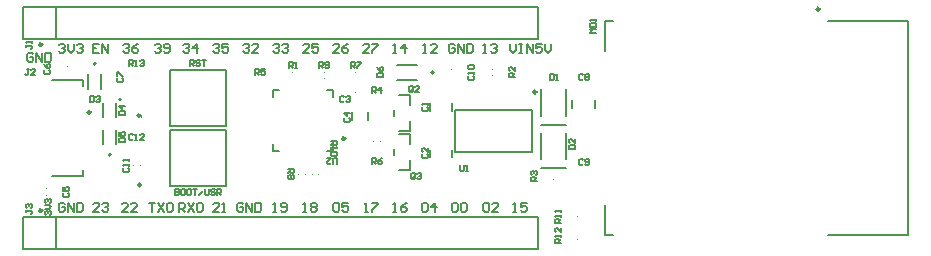
<source format=gto>
G04*
G04 #@! TF.GenerationSoftware,Altium Limited,Altium Designer,23.1.1 (15)*
G04*
G04 Layer_Color=65535*
%FSLAX44Y44*%
%MOMM*%
G71*
G04*
G04 #@! TF.SameCoordinates,EB36885D-2DDF-469F-ABB7-EBECF6A50CA0*
G04*
G04*
G04 #@! TF.FilePolarity,Positive*
G04*
G01*
G75*
%ADD10C,0.2000*%
%ADD11C,0.2500*%
%ADD12C,0.0889*%
%ADD13C,0.1270*%
%ADD14C,0.1524*%
D10*
X74660Y78980D02*
G03*
X74660Y78980I-1000J0D01*
G01*
X348120Y148590D02*
G03*
X348120Y148590I-1000J0D01*
G01*
X61960Y155970D02*
G03*
X61960Y155970I-1000J0D01*
G01*
X83550Y125730D02*
G03*
X83550Y125730I-1000J0D01*
G01*
X460130Y111889D02*
Y134489D01*
X439030Y111889D02*
Y134489D01*
Y104393D02*
X460130D01*
Y75059D02*
Y97659D01*
X439030Y75059D02*
Y97659D01*
Y67563D02*
X460130D01*
X640Y203850D02*
X436240D01*
Y177150D02*
Y203850D01*
X640Y177150D02*
X436240D01*
X640D02*
Y203850D01*
X27940Y177150D02*
Y203850D01*
X124840Y150750D02*
X172340D01*
Y103250D02*
Y150750D01*
X124840Y103250D02*
X172340D01*
X124840D02*
Y150750D01*
X319020Y96280D02*
X328370D01*
Y66280D02*
Y74530D01*
Y88030D02*
Y96280D01*
X319020Y66280D02*
X328370D01*
X314370Y78530D02*
Y84030D01*
X749280Y10850D02*
Y192350D01*
X492780Y10850D02*
X500280D01*
X681880D02*
X749280D01*
X492780Y167000D02*
Y192350D01*
Y10850D02*
Y36200D01*
Y192350D02*
X500280D01*
X681880D02*
X749280D01*
X257740Y82450D02*
X262990D01*
X211990D02*
X217240D01*
X211990Y128200D02*
Y133450D01*
Y82450D02*
Y87700D01*
X257740Y133450D02*
X262990D01*
X211990D02*
X217240D01*
X262990Y128200D02*
Y133450D01*
Y82450D02*
Y87700D01*
X431305Y81535D02*
Y116585D01*
X366255Y81535D02*
X431305D01*
X366255D02*
Y116585D01*
X431305D01*
X51280Y137350D02*
Y142050D01*
Y61150D02*
Y65850D01*
X24530Y61150D02*
X51280D01*
X24530Y142050D02*
X51280D01*
X640Y26050D02*
X436240D01*
Y-650D02*
Y26050D01*
X640Y-650D02*
X436240D01*
X640D02*
Y26050D01*
X27940Y-650D02*
Y26050D01*
X318960Y129300D02*
X328310D01*
Y99300D02*
Y107550D01*
Y121050D02*
Y129300D01*
X318960Y99300D02*
X328310D01*
X314310Y111550D02*
Y117050D01*
X124840Y99950D02*
X172340D01*
Y52450D02*
Y99950D01*
X124840Y52450D02*
X172340D01*
X124840D02*
Y99950D01*
D11*
X16490Y172250D02*
G03*
X16490Y172250I-1250J0D01*
G01*
X99840Y112000D02*
G03*
X99840Y112000I-1250J0D01*
G01*
X674880Y202100D02*
G03*
X674880Y202100I-1250J0D01*
G01*
X272990Y92700D02*
G03*
X272990Y92700I-1250J0D01*
G01*
X435030Y132010D02*
G03*
X435030Y132010I-1250J0D01*
G01*
X57530Y114850D02*
G03*
X57530Y114850I-1250J0D01*
G01*
X16490Y31750D02*
G03*
X16490Y31750I-1250J0D01*
G01*
X100310Y53340D02*
G03*
X100310Y53340I-1250J0D01*
G01*
D12*
X470154Y12954D02*
G03*
X470154Y12954I-254J0D01*
G01*
Y7366D02*
G03*
X470154Y7366I-254J0D01*
G01*
X255524Y148844D02*
G03*
X255524Y148844I-254J0D01*
G01*
Y143256D02*
G03*
X255524Y143256I-254J0D01*
G01*
X100838Y110744D02*
G03*
X100838Y110744I-254J0D01*
G01*
X95250D02*
G03*
X95250Y110744I-254J0D01*
G01*
X282194Y137414D02*
G03*
X282194Y137414I-254J0D01*
G01*
Y131826D02*
G03*
X282194Y131826I-254J0D01*
G01*
X20421Y44578D02*
G03*
X20421Y44578I-254J0D01*
G01*
Y50166D02*
G03*
X20421Y50166I-254J0D01*
G01*
X38354Y148336D02*
G03*
X38354Y148336I-254J0D01*
G01*
Y153924D02*
G03*
X38354Y153924I-254J0D01*
G01*
X71120Y144780D02*
G03*
X71120Y144780I-254J0D01*
G01*
X76708D02*
G03*
X76708Y144780I-254J0D01*
G01*
X478028Y88900D02*
G03*
X478028Y88900I-254J0D01*
G01*
X472440D02*
G03*
X472440Y88900I-254J0D01*
G01*
X363474Y151384D02*
G03*
X363474Y151384I-254J0D01*
G01*
Y145796D02*
G03*
X363474Y145796I-254J0D01*
G01*
X93980Y69850D02*
G03*
X93980Y69850I-254J0D01*
G01*
X99568D02*
G03*
X99568Y69850I-254J0D01*
G01*
X449834Y58166D02*
G03*
X449834Y58166I-254J0D01*
G01*
Y63754D02*
G03*
X449834Y63754I-254J0D01*
G01*
X297180Y116840D02*
G03*
X297180Y116840I-254J0D01*
G01*
X302768D02*
G03*
X302768Y116840I-254J0D01*
G01*
X198120Y132080D02*
G03*
X198120Y132080I-254J0D01*
G01*
X203708D02*
G03*
X203708Y132080I-254J0D01*
G01*
X302768Y90170D02*
G03*
X302768Y90170I-254J0D01*
G01*
X297180D02*
G03*
X297180Y90170I-254J0D01*
G01*
X282194Y148844D02*
G03*
X282194Y148844I-254J0D01*
G01*
Y143256D02*
G03*
X282194Y143256I-254J0D01*
G01*
X239268Y62230D02*
G03*
X239268Y62230I-254J0D01*
G01*
X233680D02*
G03*
X233680Y62230I-254J0D01*
G01*
X250698D02*
G03*
X250698Y62230I-254J0D01*
G01*
X245110D02*
G03*
X245110Y62230I-254J0D01*
G01*
X470154Y26924D02*
G03*
X470154Y26924I-254J0D01*
G01*
Y21336D02*
G03*
X470154Y21336I-254J0D01*
G01*
X95250Y139700D02*
G03*
X95250Y139700I-254J0D01*
G01*
X100838D02*
G03*
X100838Y139700I-254J0D01*
G01*
X228854Y143256D02*
G03*
X228854Y143256I-254J0D01*
G01*
Y148844D02*
G03*
X228854Y148844I-254J0D01*
G01*
X397764Y145796D02*
G03*
X397764Y145796I-254J0D01*
G01*
Y151384D02*
G03*
X397764Y151384I-254J0D01*
G01*
D13*
X68460Y87980D02*
Y99980D01*
X78860Y87980D02*
Y99980D01*
X316620Y155090D02*
X333620D01*
X316620Y142090D02*
X333620D01*
X484632Y118872D02*
Y124968D01*
X465328Y118872D02*
Y124968D01*
X292735Y108712D02*
Y114808D01*
X278765Y108712D02*
Y114808D01*
X66160Y134970D02*
Y146970D01*
X55760Y134970D02*
Y146970D01*
X78860Y110840D02*
Y122840D01*
X68460Y110840D02*
Y122840D01*
X344678Y116332D02*
Y122428D01*
X363982Y116332D02*
Y122428D01*
X344678Y76962D02*
Y83058D01*
X363982Y76962D02*
Y83058D01*
D14*
X81281Y89748D02*
X86359D01*
Y92287D01*
X85513Y93134D01*
X82127D01*
X81281Y92287D01*
Y89748D01*
Y98212D02*
Y94826D01*
X83820D01*
X82974Y96519D01*
Y97366D01*
X83820Y98212D01*
X85513D01*
X86359Y97366D01*
Y95673D01*
X85513Y94826D01*
X299721Y144358D02*
X304799D01*
Y146897D01*
X303953Y147744D01*
X300567D01*
X299721Y146897D01*
Y144358D01*
Y152822D02*
X300567Y151129D01*
X302260Y149436D01*
X303953D01*
X304799Y150283D01*
Y151976D01*
X303953Y152822D01*
X303106D01*
X302260Y151976D01*
Y149436D01*
X446194Y147319D02*
Y142241D01*
X448734D01*
X449580Y143087D01*
Y146473D01*
X448734Y147319D01*
X446194D01*
X451273Y142241D02*
X452966D01*
X452119D01*
Y147319D01*
X451273Y146473D01*
X462281Y83398D02*
X467359D01*
Y85937D01*
X466513Y86784D01*
X463127D01*
X462281Y85937D01*
Y83398D01*
X467359Y91862D02*
Y88476D01*
X463974Y91862D01*
X463127D01*
X462281Y91016D01*
Y89323D01*
X463127Y88476D01*
X2541Y171450D02*
Y169757D01*
Y170604D01*
X6773D01*
X7619Y169757D01*
Y168911D01*
X6773Y168064D01*
X7619Y173143D02*
Y174836D01*
Y173989D01*
X2541D01*
X3387Y173143D01*
X141819Y153671D02*
Y158749D01*
X144358D01*
X145204Y157903D01*
Y156210D01*
X144358Y155364D01*
X141819D01*
X143512D02*
X145204Y153671D01*
X150283Y157903D02*
X149436Y158749D01*
X147744D01*
X146897Y157903D01*
Y157056D01*
X147744Y156210D01*
X149436D01*
X150283Y155364D01*
Y154517D01*
X149436Y153671D01*
X147744D01*
X146897Y154517D01*
X151976Y158749D02*
X155361D01*
X153668D01*
Y153671D01*
X331954Y59267D02*
Y62653D01*
X331107Y63499D01*
X329414D01*
X328568Y62653D01*
Y59267D01*
X329414Y58421D01*
X331107D01*
X330261Y60114D02*
X331954Y58421D01*
X331107D02*
X331954Y59267D01*
X333646Y62653D02*
X334493Y63499D01*
X336186D01*
X337032Y62653D01*
Y61806D01*
X336186Y60960D01*
X335339D01*
X336186D01*
X337032Y60114D01*
Y59267D01*
X336186Y58421D01*
X334493D01*
X333646Y59267D01*
X485139Y182035D02*
X480061D01*
X481754Y183728D01*
X480061Y185421D01*
X485139D01*
X480061Y187114D02*
X485139D01*
Y189653D01*
X484293Y190499D01*
X480907D01*
X480061Y189653D01*
Y187114D01*
X485139Y192192D02*
Y193885D01*
Y193038D01*
X480061D01*
X480907Y192192D01*
X265852Y71121D02*
Y75353D01*
X265005Y76199D01*
X263313D01*
X262466Y75353D01*
Y71121D01*
X257388Y76199D02*
X260774D01*
X257388Y72814D01*
Y71967D01*
X258234Y71121D01*
X259927D01*
X260774Y71967D01*
X369994Y69849D02*
Y65617D01*
X370841Y64771D01*
X372534D01*
X373380Y65617D01*
Y69849D01*
X375073Y64771D02*
X376766D01*
X375919D01*
Y69849D01*
X375073Y69003D01*
X5504Y151129D02*
X3811D01*
X4657D01*
Y146897D01*
X3811Y146051D01*
X2964D01*
X2118Y146897D01*
X10582Y146051D02*
X7196D01*
X10582Y149436D01*
Y150283D01*
X9736Y151129D01*
X8043D01*
X7196Y150283D01*
X474134Y146473D02*
X473287Y147319D01*
X471595D01*
X470748Y146473D01*
Y143087D01*
X471595Y142241D01*
X473287D01*
X474134Y143087D01*
X475826Y146473D02*
X476673Y147319D01*
X478366D01*
X479212Y146473D01*
Y145626D01*
X478366Y144780D01*
X479212Y143934D01*
Y143087D01*
X478366Y142241D01*
X476673D01*
X475826Y143087D01*
Y143934D01*
X476673Y144780D01*
X475826Y145626D01*
Y146473D01*
X476673Y144780D02*
X478366D01*
X272627Y109644D02*
X271781Y108797D01*
Y107105D01*
X272627Y106258D01*
X276013D01*
X276859Y107105D01*
Y108797D01*
X276013Y109644D01*
X276859Y113876D02*
X271781D01*
X274320Y111336D01*
Y114722D01*
X455929Y3812D02*
X450851D01*
Y6351D01*
X451697Y7198D01*
X453390D01*
X454236Y6351D01*
Y3812D01*
Y5505D02*
X455929Y7198D01*
Y8890D02*
Y10583D01*
Y9737D01*
X450851D01*
X451697Y8890D01*
X455929Y16508D02*
Y13122D01*
X452544Y16508D01*
X451697D01*
X450851Y15662D01*
Y13969D01*
X451697Y13122D01*
X251038Y152401D02*
Y157479D01*
X253577D01*
X254424Y156633D01*
Y154940D01*
X253577Y154094D01*
X251038D01*
X252731D02*
X254424Y152401D01*
X256116Y153247D02*
X256963Y152401D01*
X258656D01*
X259502Y153247D01*
Y156633D01*
X258656Y157479D01*
X256963D01*
X256116Y156633D01*
Y155786D01*
X256963Y154940D01*
X259502D01*
X93558Y95927D02*
X92711Y96773D01*
X91018D01*
X90172Y95927D01*
Y92541D01*
X91018Y91695D01*
X92711D01*
X93558Y92541D01*
X95250Y91695D02*
X96943D01*
X96097D01*
Y96773D01*
X95250Y95927D01*
X102868Y91695D02*
X99482D01*
X102868Y95080D01*
Y95927D01*
X102022Y96773D01*
X100329D01*
X99482Y95927D01*
X56728Y128269D02*
Y123191D01*
X59267D01*
X60114Y124037D01*
Y127423D01*
X59267Y128269D01*
X56728D01*
X61806Y127423D02*
X62653Y128269D01*
X64346D01*
X65192Y127423D01*
Y126576D01*
X64346Y125730D01*
X63499D01*
X64346D01*
X65192Y124884D01*
Y124037D01*
X64346Y123191D01*
X62653D01*
X61806Y124037D01*
X81281Y112608D02*
X86359D01*
Y115147D01*
X85513Y115994D01*
X82127D01*
X81281Y115147D01*
Y112608D01*
X86359Y120226D02*
X81281D01*
X83820Y117686D01*
Y121072D01*
X2541Y32174D02*
Y30481D01*
Y31327D01*
X6773D01*
X7619Y30481D01*
Y29634D01*
X6773Y28788D01*
X3387Y33866D02*
X2541Y34713D01*
Y36406D01*
X3387Y37252D01*
X4234D01*
X5080Y36406D01*
Y35559D01*
Y36406D01*
X5926Y37252D01*
X6773D01*
X7619Y36406D01*
Y34713D01*
X6773Y33866D01*
X330624Y132927D02*
Y136313D01*
X329777Y137159D01*
X328084D01*
X327238Y136313D01*
Y132927D01*
X328084Y132081D01*
X329777D01*
X328931Y133774D02*
X330624Y132081D01*
X329777D02*
X330624Y132927D01*
X335702Y132081D02*
X332316D01*
X335702Y135466D01*
Y136313D01*
X334856Y137159D01*
X333163D01*
X332316Y136313D01*
X129123Y49529D02*
Y44451D01*
X131662D01*
X132509Y45297D01*
Y46144D01*
X131662Y46990D01*
X129123D01*
X131662D01*
X132509Y47836D01*
Y48683D01*
X131662Y49529D01*
X129123D01*
X136741D02*
X135048D01*
X134201Y48683D01*
Y45297D01*
X135048Y44451D01*
X136741D01*
X137587Y45297D01*
Y48683D01*
X136741Y49529D01*
X141819D02*
X140126D01*
X139280Y48683D01*
Y45297D01*
X140126Y44451D01*
X141819D01*
X142665Y45297D01*
Y48683D01*
X141819Y49529D01*
X144358D02*
X147744D01*
X146051D01*
Y44451D01*
X149436D02*
X152822Y47836D01*
X154515Y49529D02*
Y45297D01*
X155361Y44451D01*
X157054D01*
X157900Y45297D01*
Y49529D01*
X162979Y48683D02*
X162132Y49529D01*
X160439D01*
X159593Y48683D01*
Y47836D01*
X160439Y46990D01*
X162132D01*
X162979Y46144D01*
Y45297D01*
X162132Y44451D01*
X160439D01*
X159593Y45297D01*
X164671Y44451D02*
Y49529D01*
X167211D01*
X168057Y48683D01*
Y46990D01*
X167211Y46144D01*
X164671D01*
X166364D02*
X168057Y44451D01*
X338667Y119380D02*
X337821Y118534D01*
Y116841D01*
X338667Y115994D01*
X342053D01*
X342899Y116841D01*
Y118534D01*
X342053Y119380D01*
X342899Y121073D02*
Y122766D01*
Y121919D01*
X337821D01*
X338667Y121073D01*
Y79164D02*
X337821Y78317D01*
Y76624D01*
X338667Y75778D01*
X342053D01*
X342899Y76624D01*
Y78317D01*
X342053Y79164D01*
X342899Y84242D02*
Y80856D01*
X339514Y84242D01*
X338667D01*
X337821Y83396D01*
Y81703D01*
X338667Y80856D01*
X272204Y127423D02*
X271357Y128269D01*
X269664D01*
X268818Y127423D01*
Y124037D01*
X269664Y123191D01*
X271357D01*
X272204Y124037D01*
X273896Y127423D02*
X274743Y128269D01*
X276436D01*
X277282Y127423D01*
Y126576D01*
X276436Y125730D01*
X275589D01*
X276436D01*
X277282Y124884D01*
Y124037D01*
X276436Y123191D01*
X274743D01*
X273896Y124037D01*
X34984Y46526D02*
X34138Y45679D01*
Y43987D01*
X34984Y43140D01*
X38370D01*
X39216Y43987D01*
Y45679D01*
X38370Y46526D01*
X34138Y51604D02*
Y48219D01*
X36677D01*
X35831Y49911D01*
Y50758D01*
X36677Y51604D01*
X38370D01*
X39216Y50758D01*
Y49065D01*
X38370Y48219D01*
X18627Y150284D02*
X17781Y149437D01*
Y147745D01*
X18627Y146898D01*
X22013D01*
X22859Y147745D01*
Y149437D01*
X22013Y150284D01*
X17781Y155362D02*
X18627Y153669D01*
X20320Y151976D01*
X22013D01*
X22859Y152823D01*
Y154516D01*
X22013Y155362D01*
X21166D01*
X20320Y154516D01*
Y151976D01*
X80857Y143934D02*
X80011Y143087D01*
Y141395D01*
X80857Y140548D01*
X84243D01*
X85089Y141395D01*
Y143087D01*
X84243Y143934D01*
X80011Y145626D02*
Y149012D01*
X80857D01*
X84243Y145626D01*
X85089D01*
X474134Y74083D02*
X473287Y74929D01*
X471595D01*
X470748Y74083D01*
Y70697D01*
X471595Y69851D01*
X473287D01*
X474134Y70697D01*
X475826D02*
X476673Y69851D01*
X478366D01*
X479212Y70697D01*
Y74083D01*
X478366Y74929D01*
X476673D01*
X475826Y74083D01*
Y73236D01*
X476673Y72390D01*
X479212D01*
X378037Y145628D02*
X377191Y144781D01*
Y143089D01*
X378037Y142242D01*
X381423D01*
X382269Y143089D01*
Y144781D01*
X381423Y145628D01*
X382269Y147320D02*
Y149013D01*
Y148167D01*
X377191D01*
X378037Y147320D01*
Y151552D02*
X377191Y152399D01*
Y154092D01*
X378037Y154938D01*
X381423D01*
X382269Y154092D01*
Y152399D01*
X381423Y151552D01*
X378037D01*
X85937Y67734D02*
X85091Y66888D01*
Y65195D01*
X85937Y64349D01*
X89323D01*
X90169Y65195D01*
Y66888D01*
X89323Y67734D01*
X90169Y69427D02*
Y71120D01*
Y70273D01*
X85091D01*
X85937Y69427D01*
X90169Y73659D02*
Y75352D01*
Y74505D01*
X85091D01*
X85937Y73659D01*
X435609Y56728D02*
X430531D01*
Y59267D01*
X431377Y60114D01*
X433070D01*
X433916Y59267D01*
Y56728D01*
Y58421D02*
X435609Y60114D01*
X431377Y61806D02*
X430531Y62653D01*
Y64346D01*
X431377Y65192D01*
X432224D01*
X433070Y64346D01*
Y63499D01*
Y64346D01*
X433916Y65192D01*
X434763D01*
X435609Y64346D01*
Y62653D01*
X434763Y61806D01*
X295488Y130811D02*
Y135889D01*
X298027D01*
X298874Y135043D01*
Y133350D01*
X298027Y132504D01*
X295488D01*
X297181D02*
X298874Y130811D01*
X303106D02*
Y135889D01*
X300566Y133350D01*
X303952D01*
X196428Y146051D02*
Y151129D01*
X198967D01*
X199814Y150283D01*
Y148590D01*
X198967Y147744D01*
X196428D01*
X198121D02*
X199814Y146051D01*
X204892Y151129D02*
X201506D01*
Y148590D01*
X203199Y149436D01*
X204046D01*
X204892Y148590D01*
Y146897D01*
X204046Y146051D01*
X202353D01*
X201506Y146897D01*
X295488Y71121D02*
Y76199D01*
X298027D01*
X298874Y75353D01*
Y73660D01*
X298027Y72814D01*
X295488D01*
X297181D02*
X298874Y71121D01*
X303952Y76199D02*
X302259Y75353D01*
X300566Y73660D01*
Y71967D01*
X301413Y71121D01*
X303106D01*
X303952Y71967D01*
Y72814D01*
X303106Y73660D01*
X300566D01*
X277708Y152401D02*
Y157479D01*
X280247D01*
X281094Y156633D01*
Y154940D01*
X280247Y154094D01*
X277708D01*
X279401D02*
X281094Y152401D01*
X282786Y157479D02*
X286172D01*
Y156633D01*
X282786Y153247D01*
Y152401D01*
X224791Y66462D02*
X229869D01*
Y63923D01*
X229023Y63076D01*
X227330D01*
X226484Y63923D01*
Y66462D01*
Y64769D02*
X224791Y63076D01*
X229023Y61384D02*
X229869Y60537D01*
Y58844D01*
X229023Y57998D01*
X228176D01*
X227330Y58844D01*
X226484Y57998D01*
X225637D01*
X224791Y58844D01*
Y60537D01*
X225637Y61384D01*
X226484D01*
X227330Y60537D01*
X228176Y61384D01*
X229023D01*
X227330Y60537D02*
Y58844D01*
X261364Y90298D02*
X266443D01*
Y87759D01*
X265596Y86912D01*
X263903D01*
X263057Y87759D01*
Y90298D01*
Y88605D02*
X261364Y86912D01*
Y85220D02*
Y83527D01*
Y84373D01*
X266443D01*
X265596Y85220D01*
Y80988D02*
X266443Y80141D01*
Y78448D01*
X265596Y77602D01*
X262211D01*
X261364Y78448D01*
Y80141D01*
X262211Y80988D01*
X265596D01*
X455929Y21168D02*
X450851D01*
Y23708D01*
X451697Y24554D01*
X453390D01*
X454236Y23708D01*
Y21168D01*
Y22861D02*
X455929Y24554D01*
Y26247D02*
Y27940D01*
Y27093D01*
X450851D01*
X451697Y26247D01*
X455929Y30479D02*
Y32172D01*
Y31325D01*
X450851D01*
X451697Y30479D01*
X90172Y153671D02*
Y158749D01*
X92711D01*
X93558Y157903D01*
Y156210D01*
X92711Y155364D01*
X90172D01*
X91865D02*
X93558Y153671D01*
X95250D02*
X96943D01*
X96097D01*
Y158749D01*
X95250Y157903D01*
X99482D02*
X100329Y158749D01*
X102022D01*
X102868Y157903D01*
Y157056D01*
X102022Y156210D01*
X101175D01*
X102022D01*
X102868Y155364D01*
Y154517D01*
X102022Y153671D01*
X100329D01*
X99482Y154517D01*
X225214Y152401D02*
Y157479D01*
X227754D01*
X228600Y156633D01*
Y154940D01*
X227754Y154094D01*
X225214D01*
X226907D02*
X228600Y152401D01*
X230293D02*
X231986D01*
X231139D01*
Y157479D01*
X230293Y156633D01*
X416559Y144358D02*
X411481D01*
Y146897D01*
X412327Y147744D01*
X414020D01*
X414866Y146897D01*
Y144358D01*
Y146051D02*
X416559Y147744D01*
Y152822D02*
Y149436D01*
X413174Y152822D01*
X412327D01*
X411481Y151976D01*
Y150283D01*
X412327Y149436D01*
X19644Y28194D02*
X18798Y29040D01*
Y30733D01*
X19644Y31580D01*
X20490D01*
X21337Y30733D01*
Y29887D01*
Y30733D01*
X22183Y31580D01*
X23030D01*
X23876Y30733D01*
Y29040D01*
X23030Y28194D01*
X18798Y33272D02*
X22183D01*
X23876Y34965D01*
X22183Y36658D01*
X18798D01*
X19644Y38351D02*
X18798Y39197D01*
Y40890D01*
X19644Y41736D01*
X20490D01*
X21337Y40890D01*
Y40044D01*
Y40890D01*
X22183Y41736D01*
X23030D01*
X23876Y40890D01*
Y39197D01*
X23030Y38351D01*
X415544Y30734D02*
X418083D01*
X416814D01*
Y38352D01*
X415544Y37082D01*
X426970Y38352D02*
X421892D01*
Y34543D01*
X424431Y35812D01*
X425701D01*
X426970Y34543D01*
Y32004D01*
X425701Y30734D01*
X423162D01*
X421892Y32004D01*
X390144Y37082D02*
X391414Y38352D01*
X393953D01*
X395222Y37082D01*
Y32004D01*
X393953Y30734D01*
X391414D01*
X390144Y32004D01*
Y37082D01*
X402840Y30734D02*
X397761D01*
X402840Y35812D01*
Y37082D01*
X401570Y38352D01*
X399031D01*
X397761Y37082D01*
X363474D02*
X364744Y38352D01*
X367283D01*
X368552Y37082D01*
Y32004D01*
X367283Y30734D01*
X364744D01*
X363474Y32004D01*
Y37082D01*
X371091D02*
X372361Y38352D01*
X374900D01*
X376170Y37082D01*
Y32004D01*
X374900Y30734D01*
X372361D01*
X371091Y32004D01*
Y37082D01*
X338074D02*
X339344Y38352D01*
X341883D01*
X343152Y37082D01*
Y32004D01*
X341883Y30734D01*
X339344D01*
X338074Y32004D01*
Y37082D01*
X349500Y30734D02*
Y38352D01*
X345691Y34543D01*
X350770D01*
X313944Y30734D02*
X316483D01*
X315214D01*
Y38352D01*
X313944Y37082D01*
X325370Y38352D02*
X322831Y37082D01*
X320292Y34543D01*
Y32004D01*
X321562Y30734D01*
X324101D01*
X325370Y32004D01*
Y33273D01*
X324101Y34543D01*
X320292D01*
X289814Y30734D02*
X292353D01*
X291084D01*
Y38352D01*
X289814Y37082D01*
X296162Y38352D02*
X301240D01*
Y37082D01*
X296162Y32004D01*
Y30734D01*
X263144Y37082D02*
X264414Y38352D01*
X266953D01*
X268222Y37082D01*
Y32004D01*
X266953Y30734D01*
X264414D01*
X263144Y32004D01*
Y37082D01*
X275840Y38352D02*
X270762D01*
Y34543D01*
X273301Y35812D01*
X274570D01*
X275840Y34543D01*
Y32004D01*
X274570Y30734D01*
X272031D01*
X270762Y32004D01*
X237744Y30734D02*
X240283D01*
X239014D01*
Y38352D01*
X237744Y37082D01*
X244092D02*
X245361Y38352D01*
X247901D01*
X249170Y37082D01*
Y35812D01*
X247901Y34543D01*
X249170Y33273D01*
Y32004D01*
X247901Y30734D01*
X245361D01*
X244092Y32004D01*
Y33273D01*
X245361Y34543D01*
X244092Y35812D01*
Y37082D01*
X245361Y34543D02*
X247901D01*
X212344Y30734D02*
X214883D01*
X213614D01*
Y38352D01*
X212344Y37082D01*
X218692Y32004D02*
X219961Y30734D01*
X222501D01*
X223770Y32004D01*
Y37082D01*
X222501Y38352D01*
X219961D01*
X218692Y37082D01*
Y35812D01*
X219961Y34543D01*
X223770D01*
X186942Y37082D02*
X185673Y38352D01*
X183134D01*
X181864Y37082D01*
Y32004D01*
X183134Y30734D01*
X185673D01*
X186942Y32004D01*
Y34543D01*
X184403D01*
X189482Y30734D02*
Y38352D01*
X194560Y30734D01*
Y38352D01*
X197099D02*
Y30734D01*
X200908D01*
X202177Y32004D01*
Y37082D01*
X200908Y38352D01*
X197099D01*
X166622Y30734D02*
X161544D01*
X166622Y35812D01*
Y37082D01*
X165353Y38352D01*
X162814D01*
X161544Y37082D01*
X169161Y30734D02*
X171701D01*
X170431D01*
Y38352D01*
X169161Y37082D01*
X132334Y30734D02*
Y38352D01*
X136143D01*
X137412Y37082D01*
Y34543D01*
X136143Y33273D01*
X132334D01*
X134873D02*
X137412Y30734D01*
X139951Y38352D02*
X145030Y30734D01*
Y38352D02*
X139951Y30734D01*
X147569Y37082D02*
X148839Y38352D01*
X151378D01*
X152647Y37082D01*
Y32004D01*
X151378Y30734D01*
X148839D01*
X147569Y32004D01*
Y37082D01*
X106934Y38352D02*
X112012D01*
X109473D01*
Y30734D01*
X114551Y38352D02*
X119630Y30734D01*
Y38352D02*
X114551Y30734D01*
X122169Y37082D02*
X123439Y38352D01*
X125978D01*
X127247Y37082D01*
Y32004D01*
X125978Y30734D01*
X123439D01*
X122169Y32004D01*
Y37082D01*
X89152Y30734D02*
X84074D01*
X89152Y35812D01*
Y37082D01*
X87883Y38352D01*
X85344D01*
X84074Y37082D01*
X96770Y30734D02*
X91692D01*
X96770Y35812D01*
Y37082D01*
X95500Y38352D01*
X92961D01*
X91692Y37082D01*
X65022Y30734D02*
X59944D01*
X65022Y35812D01*
Y37082D01*
X63753Y38352D01*
X61214D01*
X59944Y37082D01*
X67561D02*
X68831Y38352D01*
X71370D01*
X72640Y37082D01*
Y35812D01*
X71370Y34543D01*
X70101D01*
X71370D01*
X72640Y33273D01*
Y32004D01*
X71370Y30734D01*
X68831D01*
X67561Y32004D01*
X35812Y37082D02*
X34543Y38352D01*
X32004D01*
X30734Y37082D01*
Y32004D01*
X32004Y30734D01*
X34543D01*
X35812Y32004D01*
Y34543D01*
X33273D01*
X38352Y30734D02*
Y38352D01*
X43430Y30734D01*
Y38352D01*
X45969D02*
Y30734D01*
X49778D01*
X51047Y32004D01*
Y37082D01*
X49778Y38352D01*
X45969D01*
X9142Y164082D02*
X7873Y165352D01*
X5334D01*
X4064Y164082D01*
Y159004D01*
X5334Y157734D01*
X7873D01*
X9142Y159004D01*
Y161543D01*
X6603D01*
X11681Y157734D02*
Y165352D01*
X16760Y157734D01*
Y165352D01*
X19299D02*
Y157734D01*
X23108D01*
X24377Y159004D01*
Y164082D01*
X23108Y165352D01*
X19299D01*
X413004Y172971D02*
Y167893D01*
X415543Y165354D01*
X418082Y167893D01*
Y172971D01*
X420621D02*
X423161D01*
X421891D01*
Y165354D01*
X420621D01*
X423161D01*
X426969D02*
Y172971D01*
X432048Y165354D01*
Y172971D01*
X439665D02*
X434587D01*
Y169163D01*
X437126Y170432D01*
X438396D01*
X439665Y169163D01*
Y166624D01*
X438396Y165354D01*
X435857D01*
X434587Y166624D01*
X442205Y172971D02*
Y167893D01*
X444744Y165354D01*
X447283Y167893D01*
Y172971D01*
X390144Y165354D02*
X392683D01*
X391414D01*
Y172971D01*
X390144Y171702D01*
X396492D02*
X397761Y172971D01*
X400301D01*
X401570Y171702D01*
Y170432D01*
X400301Y169163D01*
X399031D01*
X400301D01*
X401570Y167893D01*
Y166624D01*
X400301Y165354D01*
X397761D01*
X396492Y166624D01*
X366012Y171702D02*
X364743Y172971D01*
X362204D01*
X360934Y171702D01*
Y166624D01*
X362204Y165354D01*
X364743D01*
X366012Y166624D01*
Y169163D01*
X363473D01*
X368551Y165354D02*
Y172971D01*
X373630Y165354D01*
Y172971D01*
X376169D02*
Y165354D01*
X379978D01*
X381247Y166624D01*
Y171702D01*
X379978Y172971D01*
X376169D01*
X339344Y165354D02*
X341883D01*
X340614D01*
Y172971D01*
X339344Y171702D01*
X350770Y165354D02*
X345692D01*
X350770Y170432D01*
Y171702D01*
X349501Y172971D01*
X346962D01*
X345692Y171702D01*
X313944Y165354D02*
X316483D01*
X315214D01*
Y172971D01*
X313944Y171702D01*
X324101Y165354D02*
Y172971D01*
X320292Y169163D01*
X325370D01*
X293622Y165354D02*
X288544D01*
X293622Y170432D01*
Y171702D01*
X292353Y172971D01*
X289814D01*
X288544Y171702D01*
X296161Y172971D02*
X301240D01*
Y171702D01*
X296161Y166624D01*
Y165354D01*
X268222D02*
X263144D01*
X268222Y170432D01*
Y171702D01*
X266953Y172971D01*
X264414D01*
X263144Y171702D01*
X275840Y172971D02*
X273301Y171702D01*
X270762Y169163D01*
Y166624D01*
X272031Y165354D01*
X274570D01*
X275840Y166624D01*
Y167893D01*
X274570Y169163D01*
X270762D01*
X242822Y165354D02*
X237744D01*
X242822Y170432D01*
Y171702D01*
X241553Y172971D01*
X239014D01*
X237744Y171702D01*
X250440Y172971D02*
X245361D01*
Y169163D01*
X247901Y170432D01*
X249170D01*
X250440Y169163D01*
Y166624D01*
X249170Y165354D01*
X246631D01*
X245361Y166624D01*
X212344Y171702D02*
X213614Y172971D01*
X216153D01*
X217422Y171702D01*
Y170432D01*
X216153Y169163D01*
X214883D01*
X216153D01*
X217422Y167893D01*
Y166624D01*
X216153Y165354D01*
X213614D01*
X212344Y166624D01*
X219961Y171702D02*
X221231Y172971D01*
X223770D01*
X225040Y171702D01*
Y170432D01*
X223770Y169163D01*
X222501D01*
X223770D01*
X225040Y167893D01*
Y166624D01*
X223770Y165354D01*
X221231D01*
X219961Y166624D01*
X186944Y171702D02*
X188214Y172971D01*
X190753D01*
X192022Y171702D01*
Y170432D01*
X190753Y169163D01*
X189483D01*
X190753D01*
X192022Y167893D01*
Y166624D01*
X190753Y165354D01*
X188214D01*
X186944Y166624D01*
X199640Y165354D02*
X194562D01*
X199640Y170432D01*
Y171702D01*
X198370Y172971D01*
X195831D01*
X194562Y171702D01*
X161544D02*
X162814Y172971D01*
X165353D01*
X166622Y171702D01*
Y170432D01*
X165353Y169163D01*
X164083D01*
X165353D01*
X166622Y167893D01*
Y166624D01*
X165353Y165354D01*
X162814D01*
X161544Y166624D01*
X174240Y172971D02*
X169161D01*
Y169163D01*
X171701Y170432D01*
X172970D01*
X174240Y169163D01*
Y166624D01*
X172970Y165354D01*
X170431D01*
X169161Y166624D01*
X136144Y171702D02*
X137414Y172971D01*
X139953D01*
X141222Y171702D01*
Y170432D01*
X139953Y169163D01*
X138683D01*
X139953D01*
X141222Y167893D01*
Y166624D01*
X139953Y165354D01*
X137414D01*
X136144Y166624D01*
X147570Y165354D02*
Y172971D01*
X143762Y169163D01*
X148840D01*
X112014Y171702D02*
X113284Y172971D01*
X115823D01*
X117092Y171702D01*
Y170432D01*
X115823Y169163D01*
X114553D01*
X115823D01*
X117092Y167893D01*
Y166624D01*
X115823Y165354D01*
X113284D01*
X112014Y166624D01*
X119632D02*
X120901Y165354D01*
X123440D01*
X124710Y166624D01*
Y171702D01*
X123440Y172971D01*
X120901D01*
X119632Y171702D01*
Y170432D01*
X120901Y169163D01*
X124710D01*
X85344Y171702D02*
X86614Y172971D01*
X89153D01*
X90422Y171702D01*
Y170432D01*
X89153Y169163D01*
X87883D01*
X89153D01*
X90422Y167893D01*
Y166624D01*
X89153Y165354D01*
X86614D01*
X85344Y166624D01*
X98040Y172971D02*
X95501Y171702D01*
X92962Y169163D01*
Y166624D01*
X94231Y165354D01*
X96770D01*
X98040Y166624D01*
Y167893D01*
X96770Y169163D01*
X92962D01*
X65022Y172971D02*
X59944D01*
Y165354D01*
X65022D01*
X59944Y169163D02*
X62483D01*
X67561Y165354D02*
Y172971D01*
X72640Y165354D01*
Y172971D01*
X30734Y171702D02*
X32004Y172971D01*
X34543D01*
X35812Y171702D01*
Y170432D01*
X34543Y169163D01*
X33273D01*
X34543D01*
X35812Y167893D01*
Y166624D01*
X34543Y165354D01*
X32004D01*
X30734Y166624D01*
X38352Y172971D02*
Y167893D01*
X40891Y165354D01*
X43430Y167893D01*
Y172971D01*
X45969Y171702D02*
X47239Y172971D01*
X49778D01*
X51047Y171702D01*
Y170432D01*
X49778Y169163D01*
X48508D01*
X49778D01*
X51047Y167893D01*
Y166624D01*
X49778Y165354D01*
X47239D01*
X45969Y166624D01*
M02*

</source>
